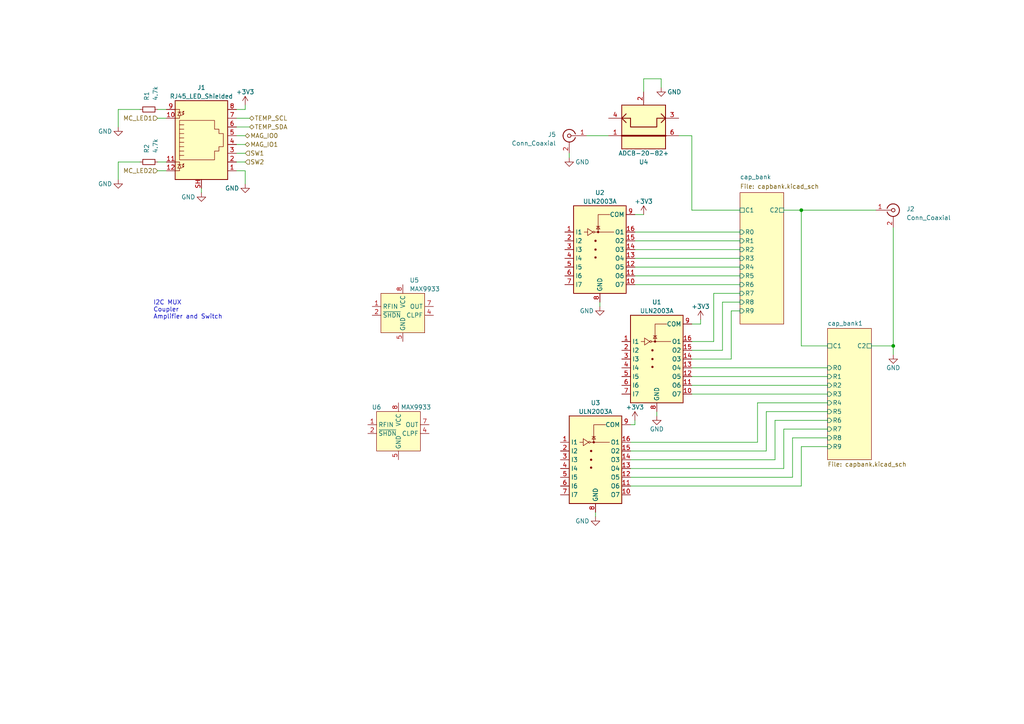
<source format=kicad_sch>
(kicad_sch (version 20230121) (generator eeschema)
  (paper "A4")
  (lib_symbols
    (symbol "BioMEMS:ADCB-20-82+" (pin_names hide)
      (property "Reference" "U" (at -6.35 7.62 0))
      (property "Value" "ADCB-20-82+" (at 6.35 7.62 0))
      (symbol "ADCB-20-82+_0_1"
        (rectangle (start -6.35 6.35) (end 6.35 -6.35) (stroke (width 0.254)) (fill (type background)))
        (polyline (pts (xy -6.35 -2.54) (xy -5.08 -3.81)) (stroke (width 0.254)))
        (polyline (pts (xy -6.35 -2.54) (xy -5.08 -1.27)) (stroke (width 0.254)))
        (polyline (pts (xy -6.35 2.54) (xy 6.35 2.54)) (stroke (width 0.508)))
        (polyline (pts (xy 6.35 -2.54) (xy 5.08 -3.81)) (stroke (width 0.254)))
        (polyline (pts (xy 6.35 -2.54) (xy 5.08 -1.27)) (stroke (width 0.254)))
        (polyline (pts (xy 6.35 -2.54) (xy 3.81 -2.54) (xy 3.81 0) (xy -3.81 0) (xy -3.81 -2.54)) (stroke (width 0.254)))
      )
      (symbol "ADCB-20-82+_1_1"
        (polyline (pts (xy -3.81 -2.54) (xy -6.35 -2.54)) (stroke (width 0.254)))
        (pin input line (at -10.16 2.54 0) (length 3.81) (name "IN") (number "1"))
        (pin power_in line (at 0 -10.16 90) (length 3.81) (name "GND") (number "2"))
        (pin output line (at 10.16 -2.54 180) (length 3.81) (name "CPL") (number "3"))
        (pin output line (at -10.16 -2.54 0) (length 3.81) (name "CPL") (number "4"))
        (pin passive line (at 0 -10.16 90) (length 3.81) hide (name "GND") (number "5"))
        (pin output line (at 10.16 2.54 180) (length 3.81) (name "OUT") (number "6"))
      )
    )
    (symbol "BioMEMS:MAX9933"
      (property "Reference" "U" (at -6.35 6.35 0))
      (property "Value" "MAX9933" (at 5.08 6.35 0))
      (symbol "MAX9933_1_1"
        (rectangle (start -6.35 5.08) (end 6.35 -6.35) (fill (type background)))
        (pin input line (at -8.89 1.27 0) (length 2.54) (name "RFIN") (number "1"))
        (pin input line (at -8.89 -1.27 0) (length 2.54) (name "~{SHDN}") (number "2"))
        (pin passive line (at 0 -8.89 0) (length 0) hide (name "GND") (number "3"))
        (pin passive line (at 8.89 -1.27 180) (length 2.54) (name "CLPF") (number "4"))
        (pin power_in line (at 0 -8.89 90) (length 2.54) (name "GND") (number "5"))
        (pin no_connect line (at 0 -1.27 180) (length 0) hide (name "NC") (number "6"))
        (pin output line (at 8.89 1.27 180) (length 2.54) (name "OUT") (number "7"))
        (pin power_out line (at 0 7.62 270) (length 2.54) (name "VCC") (number "8"))
      )
    )
    (symbol "Connector:Conn_Coaxial" (pin_names (offset 1.016) hide)
      (property "Reference" "J" (at 0.254 3.048 0))
      (property "Value" "Conn_Coaxial" (at 2.921 0 90))
      (symbol "Conn_Coaxial_0_1"
        (arc (start -1.778 -0.508) (mid 0.2311 -1.8066) (end 1.778 0) (stroke (width 0.254)))
        (polyline (pts (xy -2.54 0) (xy -0.508 0)))
        (polyline (pts (xy 0 -2.54) (xy 0 -1.778)))
        (circle (center 0 0) (radius 0.508) (stroke (width 0.2032)))
        (arc (start 1.778 0) (mid 0.2099 1.8101) (end -1.778 0.508) (stroke (width 0.254)))
      )
      (symbol "Conn_Coaxial_1_1"
        (pin passive line (at -5.08 0 0) (length 2.54) (name "In") (number "1"))
        (pin passive line (at 0 -5.08 90) (length 2.54) (name "Ext") (number "2"))
      )
    )
    (symbol "Connector:RJ45_LED_Shielded" (pin_names (offset 1.016))
      (property "Reference" "J" (at -5.08 13.97 0))
      (property "Value" "RJ45_LED_Shielded" (at 1.27 13.97 0))
      (symbol "RJ45_LED_Shielded_0_1"
        (polyline (pts (xy -7.62 -7.62) (xy -6.35 -7.62)))
        (polyline (pts (xy -7.62 -5.08) (xy -6.35 -5.08)))
        (polyline (pts (xy -7.62 7.62) (xy -6.35 7.62)))
        (polyline (pts (xy -7.62 10.16) (xy -6.35 10.16)))
        (polyline (pts (xy -6.858 -5.842) (xy -5.842 -5.842)))
        (polyline (pts (xy -6.858 9.398) (xy -5.842 9.398)))
        (polyline (pts (xy -6.35 -7.62) (xy -6.35 -6.858)))
        (polyline (pts (xy -6.35 -5.08) (xy -6.35 -5.842)))
        (polyline (pts (xy -6.35 7.62) (xy -6.35 8.382)))
        (polyline (pts (xy -6.35 10.16) (xy -6.35 9.398)))
        (polyline (pts (xy -5.08 -6.223) (xy -5.207 -6.604)))
        (polyline (pts (xy -5.08 -5.588) (xy -5.207 -5.969)))
        (polyline (pts (xy -5.08 4.445) (xy -6.35 4.445)))
        (polyline (pts (xy -5.08 5.715) (xy -6.35 5.715)))
        (polyline (pts (xy -5.08 9.017) (xy -5.207 8.636)))
        (polyline (pts (xy -5.08 9.652) (xy -5.207 9.271)))
        (polyline (pts (xy -6.35 -3.175) (xy -5.08 -3.175) (xy -5.08 -3.175)))
        (polyline (pts (xy -6.35 -1.905) (xy -5.08 -1.905) (xy -5.08 -1.905)))
        (polyline (pts (xy -6.35 -0.635) (xy -5.08 -0.635) (xy -5.08 -0.635)))
        (polyline (pts (xy -6.35 0.635) (xy -5.08 0.635) (xy -5.08 0.635)))
        (polyline (pts (xy -6.35 1.905) (xy -5.08 1.905) (xy -5.08 1.905)))
        (polyline (pts (xy -5.588 -6.731) (xy -5.08 -6.223) (xy -5.461 -6.35)))
        (polyline (pts (xy -5.588 -6.096) (xy -5.08 -5.588) (xy -5.461 -5.715)))
        (polyline (pts (xy -5.588 8.509) (xy -5.08 9.017) (xy -5.461 8.89)))
        (polyline (pts (xy -5.588 9.144) (xy -5.08 9.652) (xy -5.461 9.525)))
        (polyline (pts (xy -5.08 3.175) (xy -6.35 3.175) (xy -6.35 3.175)))
        (polyline (pts (xy -6.35 -5.842) (xy -6.858 -6.858) (xy -5.842 -6.858) (xy -6.35 -5.842)))
        (polyline (pts (xy -6.35 9.398) (xy -6.858 8.382) (xy -5.842 8.382) (xy -6.35 9.398)))
        (polyline (pts (xy -6.35 -4.445) (xy -6.35 6.985) (xy 3.81 6.985) (xy 3.81 4.445) (xy 5.08 4.445) (xy 5.08 3.175) (xy 6.35 3.175) (xy 6.35 -0.635) (xy 5.08 -0.635) (xy 5.08 -1.905) (xy 3.81 -1.905) (xy 3.81 -4.445) (xy -6.35 -4.445) (xy -6.35 -4.445)))
        (rectangle (start 7.62 12.7) (end -7.62 -10.16) (stroke (width 0.254)) (fill (type background)))
      )
      (symbol "RJ45_LED_Shielded_1_1"
        (pin passive line (at 10.16 -7.62 180) (length 2.54) (name "~") (number "1"))
        (pin passive line (at -10.16 7.62 0) (length 2.54) (name "~") (number "10"))
        (pin passive line (at -10.16 -5.08 0) (length 2.54) (name "~") (number "11"))
        (pin passive line (at -10.16 -7.62 0) (length 2.54) (name "~") (number "12"))
        (pin passive line (at 10.16 -5.08 180) (length 2.54) (name "~") (number "2"))
        (pin passive line (at 10.16 -2.54 180) (length 2.54) (name "~") (number "3"))
        (pin passive line (at 10.16 0 180) (length 2.54) (name "~") (number "4"))
        (pin passive line (at 10.16 2.54 180) (length 2.54) (name "~") (number "5"))
        (pin passive line (at 10.16 5.08 180) (length 2.54) (name "~") (number "6"))
        (pin passive line (at 10.16 7.62 180) (length 2.54) (name "~") (number "7"))
        (pin passive line (at 10.16 10.16 180) (length 2.54) (name "~") (number "8"))
        (pin passive line (at -10.16 10.16 0) (length 2.54) (name "~") (number "9"))
        (pin passive line (at 0 -12.7 90) (length 2.54) (name "~") (number "SH"))
      )
    )
    (symbol "Device:R_Small" (pin_numbers hide) (pin_names (offset 0.254) hide)
      (property "Reference" "R" (at 0.762 0.508 0))
      (property "Value" "R_Small" (at 0.762 -1.016 0))
      (symbol "R_Small_0_1"
        (rectangle (start -0.762 1.778) (end 0.762 -1.778) (stroke (width 0.2032)))
      )
      (symbol "R_Small_1_1"
        (pin passive line (at 0 2.54 270) (length 0.762) (name "~") (number "1"))
        (pin passive line (at 0 -2.54 90) (length 0.762) (name "~") (number "2"))
      )
    )
    (symbol "Transistor_Array:ULN2003A"
      (property "Reference" "U" (at 0 15.875 0))
      (property "Value" "ULN2003A" (at 0 13.97 0))
      (symbol "ULN2003A_0_1"
        (rectangle (start -7.62 -12.7) (end 7.62 12.7) (stroke (width 0.254)) (fill (type background)))
        (circle (center -1.778 5.08) (radius 0.254))
        (circle (center -1.27 -2.286) (radius 0.254) (fill (type outline)))
        (circle (center -1.27 0) (radius 0.254) (fill (type outline)))
        (circle (center -1.27 2.54) (radius 0.254) (fill (type outline)))
        (circle (center -0.508 5.08) (radius 0.254) (fill (type outline)))
        (polyline (pts (xy -4.572 5.08) (xy -3.556 5.08)))
        (polyline (pts (xy -1.524 5.08) (xy 4.064 5.08)))
        (polyline (pts (xy 0 6.731) (xy -1.016 6.731)))
        (polyline (pts (xy -0.508 5.08) (xy -0.508 10.16) (xy 2.921 10.16)))
        (polyline (pts (xy -3.556 6.096) (xy -3.556 4.064) (xy -2.032 5.08) (xy -3.556 6.096)))
        (polyline (pts (xy 0 5.969) (xy -1.016 5.969) (xy -0.508 6.731) (xy 0 5.969)))
      )
      (symbol "ULN2003A_1_1"
        (pin input line (at -10.16 5.08 0) (length 2.54) (name "I1") (number "1"))
        (pin open_collector line (at 10.16 -10.16 180) (length 2.54) (name "O7") (number "10"))
        (pin open_collector line (at 10.16 -7.62 180) (length 2.54) (name "O6") (number "11"))
        (pin open_collector line (at 10.16 -5.08 180) (length 2.54) (name "O5") (number "12"))
        (pin open_collector line (at 10.16 -2.54 180) (length 2.54) (name "O4") (number "13"))
        (pin open_collector line (at 10.16 0 180) (length 2.54) (name "O3") (number "14"))
        (pin open_collector line (at 10.16 2.54 180) (length 2.54) (name "O2") (number "15"))
        (pin open_collector line (at 10.16 5.08 180) (length 2.54) (name "O1") (number "16"))
        (pin input line (at -10.16 2.54 0) (length 2.54) (name "I2") (number "2"))
        (pin input line (at -10.16 0 0) (length 2.54) (name "I3") (number "3"))
        (pin input line (at -10.16 -2.54 0) (length 2.54) (name "I4") (number "4"))
        (pin input line (at -10.16 -5.08 0) (length 2.54) (name "I5") (number "5"))
        (pin input line (at -10.16 -7.62 0) (length 2.54) (name "I6") (number "6"))
        (pin input line (at -10.16 -10.16 0) (length 2.54) (name "I7") (number "7"))
        (pin power_in line (at 0 -15.24 90) (length 2.54) (name "GND") (number "8"))
        (pin passive line (at 10.16 10.16 180) (length 2.54) (name "COM") (number "9"))
      )
    )
    (symbol "power:+3V3" (power) (pin_names (offset 0))
      (property "Value" "+3V3" (at 0 3.556 0))
      (symbol "+3V3_0_1"
        (polyline (pts (xy -0.762 1.27) (xy 0 2.54)))
        (polyline (pts (xy 0 0) (xy 0 2.54)))
        (polyline (pts (xy 0 2.54) (xy 0.762 1.27)))
      )
      (symbol "+3V3_1_1"
        (pin power_in line (at 0 0 90) (length 0) hide (name "+3V3") (number "1"))
      )
    )
    (symbol "power:GND" (power) (pin_names (offset 0))
      (property "Value" "GND" (at 0 -3.81 0))
      (symbol "GND_0_1"
        (polyline (pts (xy 0 0) (xy 0 -1.27) (xy 1.27 -1.27) (xy 0 -2.54) (xy -1.27 -1.27) (xy 0 -1.27)))
      )
      (symbol "GND_1_1"
        (pin power_in line (at 0 0 270) (length 0) hide (name "GND") (number "1"))
      )
    )
  )
  (junction (at 259.08 100.33))
  (junction (at 232.41 60.96))
  (wire (pts (xy 203.2 93.98) (xy 200.66 93.98)))
  (wire (pts (xy 229.87 127) (xy 240.03 127)))
  (wire (pts (xy 207.01 99.06) (xy 207.01 85.09)))
  (wire (pts (xy 71.12 30.48) (xy 71.12 31.75)))
  (wire (pts (xy 186.69 22.86) (xy 186.69 26.67)))
  (wire (pts (xy 200.66 106.68) (xy 240.03 106.68)))
  (wire (pts (xy 184.15 77.47) (xy 214.63 77.47)))
  (wire (pts (xy 68.58 44.45) (xy 71.12 44.45)))
  (wire (pts (xy 45.72 31.75) (xy 48.26 31.75)))
  (wire (pts (xy 200.66 99.06) (xy 207.01 99.06)))
  (wire (pts (xy 71.12 49.53) (xy 71.12 53.34)))
  (wire (pts (xy 58.42 54.61) (xy 58.42 55.88)))
  (wire (pts (xy 200.66 104.14) (xy 212.09 104.14)))
  (wire (pts (xy 219.71 116.84) (xy 240.03 116.84)))
  (wire (pts (xy 184.15 80.01) (xy 214.63 80.01)))
  (wire (pts (xy 200.66 109.22) (xy 240.03 109.22)))
  (wire (pts (xy 209.55 101.6) (xy 200.66 101.6)))
  (wire (pts (xy 212.09 90.17) (xy 214.63 90.17)))
  (wire (pts (xy 232.41 129.54) (xy 232.41 140.97)))
  (wire (pts (xy 182.88 128.27) (xy 219.71 128.27)))
  (wire (pts (xy 184.15 72.39) (xy 214.63 72.39)))
  (wire (pts (xy 165.1 44.45) (xy 165.1 45.72)))
  (wire (pts (xy 34.29 46.99) (xy 40.64 46.99)))
  (wire (pts (xy 232.41 60.96) (xy 254 60.96)))
  (wire (pts (xy 222.25 130.81) (xy 182.88 130.81)))
  (wire (pts (xy 68.58 46.99) (xy 71.12 46.99)))
  (wire (pts (xy 68.58 34.29) (xy 72.39 34.29)))
  (wire (pts (xy 219.71 128.27) (xy 219.71 116.84)))
  (wire (pts (xy 34.29 31.75) (xy 34.29 36.83)))
  (wire (pts (xy 184.15 62.23) (xy 186.69 62.23)))
  (wire (pts (xy 184.15 69.85) (xy 214.63 69.85)))
  (wire (pts (xy 184.15 123.19) (xy 182.88 123.19)))
  (wire (pts (xy 232.41 60.96) (xy 232.41 100.33)))
  (wire (pts (xy 259.08 66.04) (xy 259.08 100.33)))
  (wire (pts (xy 214.63 87.63) (xy 209.55 87.63)))
  (wire (pts (xy 170.18 39.37) (xy 176.53 39.37)))
  (wire (pts (xy 222.25 119.38) (xy 222.25 130.81)))
  (wire (pts (xy 224.79 121.92) (xy 240.03 121.92)))
  (wire (pts (xy 227.33 60.96) (xy 232.41 60.96)))
  (wire (pts (xy 190.5 119.38) (xy 190.5 120.65)))
  (wire (pts (xy 259.08 100.33) (xy 252.73 100.33)))
  (wire (pts (xy 71.12 31.75) (xy 68.58 31.75)))
  (wire (pts (xy 184.15 121.92) (xy 184.15 123.19)))
  (wire (pts (xy 68.58 39.37) (xy 71.12 39.37)))
  (wire (pts (xy 184.15 67.31) (xy 214.63 67.31)))
  (wire (pts (xy 227.33 124.46) (xy 227.33 135.89)))
  (wire (pts (xy 45.72 46.99) (xy 48.26 46.99)))
  (wire (pts (xy 203.2 92.71) (xy 203.2 93.98)))
  (wire (pts (xy 240.03 129.54) (xy 232.41 129.54)))
  (wire (pts (xy 172.72 148.59) (xy 172.72 149.86)))
  (wire (pts (xy 191.77 25.4) (xy 191.77 22.86)))
  (wire (pts (xy 200.66 114.3) (xy 240.03 114.3)))
  (wire (pts (xy 182.88 133.35) (xy 224.79 133.35)))
  (wire (pts (xy 232.41 140.97) (xy 182.88 140.97)))
  (wire (pts (xy 229.87 138.43) (xy 229.87 127)))
  (wire (pts (xy 212.09 104.14) (xy 212.09 90.17)))
  (wire (pts (xy 232.41 100.33) (xy 240.03 100.33)))
  (wire (pts (xy 259.08 102.87) (xy 259.08 100.33)))
  (wire (pts (xy 200.66 39.37) (xy 200.66 60.96)))
  (wire (pts (xy 184.15 74.93) (xy 214.63 74.93)))
  (wire (pts (xy 196.85 39.37) (xy 200.66 39.37)))
  (wire (pts (xy 224.79 133.35) (xy 224.79 121.92)))
  (wire (pts (xy 173.99 87.63) (xy 173.99 88.9)))
  (wire (pts (xy 209.55 87.63) (xy 209.55 101.6)))
  (wire (pts (xy 214.63 82.55) (xy 184.15 82.55)))
  (wire (pts (xy 68.58 41.91) (xy 71.12 41.91)))
  (wire (pts (xy 45.72 49.53) (xy 48.26 49.53)))
  (wire (pts (xy 34.29 31.75) (xy 40.64 31.75)))
  (wire (pts (xy 68.58 36.83) (xy 72.39 36.83)))
  (wire (pts (xy 34.29 46.99) (xy 34.29 52.07)))
  (wire (pts (xy 191.77 22.86) (xy 186.69 22.86)))
  (wire (pts (xy 182.88 138.43) (xy 229.87 138.43)))
  (wire (pts (xy 240.03 124.46) (xy 227.33 124.46)))
  (wire (pts (xy 68.58 49.53) (xy 71.12 49.53)))
  (wire (pts (xy 207.01 85.09) (xy 214.63 85.09)))
  (wire (pts (xy 240.03 119.38) (xy 222.25 119.38)))
  (wire (pts (xy 227.33 135.89) (xy 182.88 135.89)))
  (wire (pts (xy 200.66 60.96) (xy 214.63 60.96)))
  (wire (pts (xy 200.66 111.76) (xy 240.03 111.76)))
  (wire (pts (xy 45.72 34.29) (xy 48.26 34.29)))
  (text "I2C MUX\nCoupler\nAmplifier and Switch" (at 44.45 92.71 0) (effects (font (size 1.27 1.27)) (justify left bottom)))
  (hierarchical_label "MC_LED1" (shape input) (at 45.72 34.29 180))
  (hierarchical_label "SW2" (shape input) (at 71.12 46.99 0))
  (hierarchical_label "TEMP_SCL" (shape bidirectional) (at 72.39 34.29 0))
  (hierarchical_label "MAG_IO1" (shape bidirectional) (at 71.12 41.91 0))
  (hierarchical_label "TEMP_SDA" (shape bidirectional) (at 72.39 36.83 0))
  (hierarchical_label "MAG_IO0" (shape bidirectional) (at 71.12 39.37 0))
  (hierarchical_label "MC_LED2" (shape input) (at 45.72 49.53 180))
  (hierarchical_label "SW1" (shape input) (at 71.12 44.45 0))
  (symbol (lib_id "power:+3V3") (at 203.2 92.71 0) (unit 1)
    (property "Reference" "#PWR031" (effects hide))
    (property "Value" "+3V3" (at 203.2 88.9 0))
  )
  (symbol (lib_id "power:GND") (at 259.08 102.87 0) (mirror y) (unit 1)
    (property "Reference" "#PWR026" (effects hide))
    (property "Value" "GND" (at 259.08 106.68 0))
  )
  (symbol (lib_id "Transistor_Array:ULN2003A") (at 190.5 104.14 0) (unit 1)
    (property "Reference" "U1" (at 190.5 87.63 0))
    (property "Value" "ULN2003A" (at 190.5 90.17 0))
    (property "Footprint" "Package_SO:TSSOP-16_4.4x5mm_P0.65mm" (effects hide))
    (property "Datasheet" "http://www.ti.com/lit/ds/symlink/uln2003a.pdf" (effects hide))
  )
  (symbol (lib_id "BioMEMS:MAX9933") (at 116.84 90.17 0) (unit 1)
    (property "Reference" "U5" (at 118.7959 81.28 0) (effects (justify left)))
    (property "Value" "MAX9933" (at 118.7959 83.82 0) (effects (justify left)))
    (property "Footprint" "Package_SO:MSOP-8_3x3mm_P0.65mm" (effects hide))
    (property "Datasheet" "https://www.mouser.com/datasheet/2/609/MAX9930_MAX9933-3131592.pdf" (effects hide))
  )
  (symbol (lib_id "power:+3V3") (at 186.69 62.23 0) (unit 1)
    (property "Reference" "#PWR030" (effects hide))
    (property "Value" "+3V3" (at 186.69 58.42 0))
  )
  (symbol (lib_id "power:+3V3") (at 184.15 121.92 0) (unit 1)
    (property "Reference" "#PWR032" (effects hide))
    (property "Value" "+3V3" (at 184.15 118.11 0))
  )
  (symbol (lib_id "Connector:RJ45_LED_Shielded") (at 58.42 41.91 0) (unit 1)
    (property "Reference" "J1" (at 58.42 25.4 0))
    (property "Value" "RJ45_LED_Shielded" (at 58.42 27.94 0))
    (property "Footprint" "Connector_RJ:RJ45_Amphenol_RJHSE538X" (effects hide))
  )
  (symbol (lib_id "power:GND") (at 58.42 55.88 0) (mirror y) (unit 1)
    (property "Reference" "#PWR03" (effects hide))
    (property "Value" "GND" (at 54.61 57.15 0))
  )
  (symbol (lib_id "power:GND") (at 34.29 36.83 0) (mirror y) (unit 1)
    (property "Reference" "#PWR01" (effects hide))
    (property "Value" "GND" (at 30.48 38.1 0))
  )
  (symbol (lib_id "BioMEMS:MAX9933") (at 115.57 124.46 0) (unit 1)
    (property "Reference" "U6" (at 109.22 118.11 0))
    (property "Value" "MAX9933" (at 120.65 118.11 0))
    (property "Footprint" "Package_SO:MSOP-8_3x3mm_P0.65mm" (effects hide))
    (property "Datasheet" "https://www.mouser.com/datasheet/2/609/MAX9930_MAX9933-3131592.pdf" (effects hide))
  )
  (symbol (lib_id "power:GND") (at 34.29 52.07 0) (mirror y) (unit 1)
    (property "Reference" "#PWR02" (effects hide))
    (property "Value" "GND" (at 30.48 53.34 0))
  )
  (symbol (lib_id "Connector:Conn_Coaxial") (at 165.1 39.37 0) (mirror y) (unit 1)
    (property "Reference" "J5" (at 161.29 39.0282 0) (effects (justify left)))
    (property "Value" "Conn_Coaxial" (at 161.29 41.5682 0) (effects (justify left)))
    (property "Datasheet" " ~" (effects hide))
  )
  (symbol (lib_id "power:GND") (at 173.99 88.9 0) (mirror y) (unit 1)
    (property "Reference" "#PWR027" (effects hide))
    (property "Value" "GND" (at 170.18 90.17 0))
  )
  (symbol (lib_id "Device:R_Small") (at 43.18 31.75 90) (unit 1)
    (property "Reference" "R1" (at 42.545 29.21 0) (effects (justify left)))
    (property "Value" "4.7k" (at 45.085 29.21 0) (effects (justify left)))
    (property "Footprint" "Resistor_SMD:R_0603_1608Metric" (effects hide))
  )
  (symbol (lib_id "power:GND") (at 190.5 120.65 0) (mirror y) (unit 1)
    (property "Reference" "#PWR028" (effects hide))
    (property "Value" "GND" (at 190.5 124.46 0))
  )
  (symbol (lib_id "Transistor_Array:ULN2003A") (at 172.72 133.35 0) (unit 1)
    (property "Reference" "U3" (at 172.72 116.84 0))
    (property "Value" "ULN2003A" (at 172.72 119.38 0))
    (property "Footprint" "Package_SO:TSSOP-16_4.4x5mm_P0.65mm" (effects hide))
    (property "Datasheet" "http://www.ti.com/lit/ds/symlink/uln2003a.pdf" (effects hide))
  )
  (symbol (lib_id "power:GND") (at 191.77 25.4 0) (unit 1)
    (property "Reference" "#PWR036" (effects hide))
    (property "Value" "GND" (at 195.58 26.67 0))
  )
  (symbol (lib_id "Device:R_Small") (at 43.18 46.99 90) (unit 1)
    (property "Reference" "R2" (at 42.545 44.45 0) (effects (justify left)))
    (property "Value" "4.7k" (at 45.085 44.45 0) (effects (justify left)))
    (property "Footprint" "Resistor_SMD:R_0603_1608Metric" (effects hide))
  )
  (symbol (lib_id "power:GND") (at 172.72 149.86 0) (mirror y) (unit 1)
    (property "Reference" "#PWR029" (effects hide))
    (property "Value" "GND" (at 168.91 151.13 0))
  )
  (symbol (lib_id "Transistor_Array:ULN2003A") (at 173.99 72.39 0) (unit 1)
    (property "Reference" "U2" (at 173.99 55.88 0))
    (property "Value" "ULN2003A" (at 173.99 58.42 0))
    (property "Footprint" "Package_SO:TSSOP-16_4.4x5mm_P0.65mm" (effects hide))
    (property "Datasheet" "http://www.ti.com/lit/ds/symlink/uln2003a.pdf" (effects hide))
  )
  (symbol (lib_id "power:GND") (at 71.12 53.34 0) (mirror y) (unit 1)
    (property "Reference" "#PWR05" (effects hide))
    (property "Value" "GND" (at 67.31 54.61 0))
  )
  (symbol (lib_id "BioMEMS:ADCB-20-82+") (at 186.69 36.83 0) (mirror x) (unit 1)
    (property "Reference" "U4" (at 186.69 46.99 0))
    (property "Value" "ADCB-20-82+" (at 186.69 44.45 0))
    (property "Footprint" "RF_Mini-Circuits:Mini-Circuits_CD636_H4.11mm" (effects hide))
    (property "Datasheet" "https://www.minicircuits.com/pdfs/ADCB-20-82+.pdf" (effects hide))
  )
  (symbol (lib_id "power:GND") (at 165.1 45.72 0) (unit 1)
    (property "Reference" "#PWR038" (effects hide))
    (property "Value" "GND" (at 168.91 46.99 0))
  )
  (symbol (lib_id "Connector:Conn_Coaxial") (at 259.08 60.96 0) (unit 1)
    (property "Reference" "J2" (at 262.89 60.6182 0) (effects (justify left)))
    (property "Value" "Conn_Coaxial" (at 262.89 63.1582 0) (effects (justify left)))
    (property "Datasheet" " ~" (effects hide))
  )
  (symbol (lib_id "power:+3V3") (at 71.12 30.48 0) (unit 1)
    (property "Reference" "#PWR04" (effects hide))
    (property "Value" "+3V3" (at 71.12 26.67 0))
  )
  (sheet (at 240.03 95.25) (size 12.7 38.1) (stroke (width 0.1524)) (fill (color 255 255 194 1.0000))
    (property "Sheetname" "cap_bank1" (at 240.03 94.5384 0) (effects (justify left bottom)))
    (property "Sheetfile" "capbank.kicad_sch" (at 240.03 133.9346 0) (effects (justify left top)))
    (pin "R6" input (at 240.03 121.92 180))
    (pin "R4" input (at 240.03 116.84 180))
    (pin "R5" input (at 240.03 119.38 180))
    (pin "R3" input (at 240.03 114.3 180))
    (pin "R2" input (at 240.03 111.76 180))
    (pin "R8" input (at 240.03 127 180))
    (pin "R7" input (at 240.03 124.46 180))
    (pin "R9" input (at 240.03 129.54 180))
    (pin "C1" passive (at 240.03 100.33 180))
    (pin "C2" passive (at 252.73 100.33 0))
    (pin "R0" input (at 240.03 106.68 180))
    (pin "R1" input (at 240.03 109.22 180))
  )
  (sheet (at 214.63 55.88) (size 12.7 38.1) (stroke (width 0.1524)) (fill (color 255 255 194 1.0000))
    (property "Sheetname" "cap_bank" (at 214.63 52.07 0) (effects (justify left bottom)))
    (property "Sheetfile" "capbank.kicad_sch" (at 214.63 53.34 0) (effects (justify left top)))
    (pin "R6" input (at 214.63 82.55 180))
    (pin "R4" input (at 214.63 77.47 180))
    (pin "R5" input (at 214.63 80.01 180))
    (pin "R3" input (at 214.63 74.93 180))
    (pin "R2" input (at 214.63 72.39 180))
    (pin "R8" input (at 214.63 87.63 180))
    (pin "R7" input (at 214.63 85.09 180))
    (pin "R9" input (at 214.63 90.17 180))
    (pin "C1" passive (at 214.63 60.96 180))
    (pin "C2" passive (at 227.33 60.96 0))
    (pin "R0" input (at 214.63 67.31 180))
    (pin "R1" input (at 214.63 69.85 180))
  )
)
</source>
